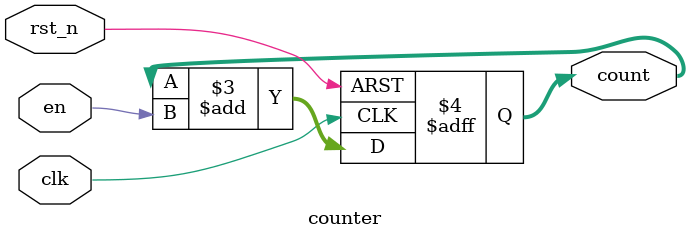
<source format=v>
module counter (
    input      clk,
    input      rst_n,
    input      en,
    output reg [7:0] count
);

    // 使用异步复位、同步释放（推荐实践）
    // 但为最小化面积，保持原复位行为
    always @(posedge clk or negedge rst_n) begin
        if (!rst_n) begin
            count <= 8'd0;
        end else begin
            count <= count + en;  // 关键优化：用加 en 替代条件赋值
        end
    end

endmodule
</source>
